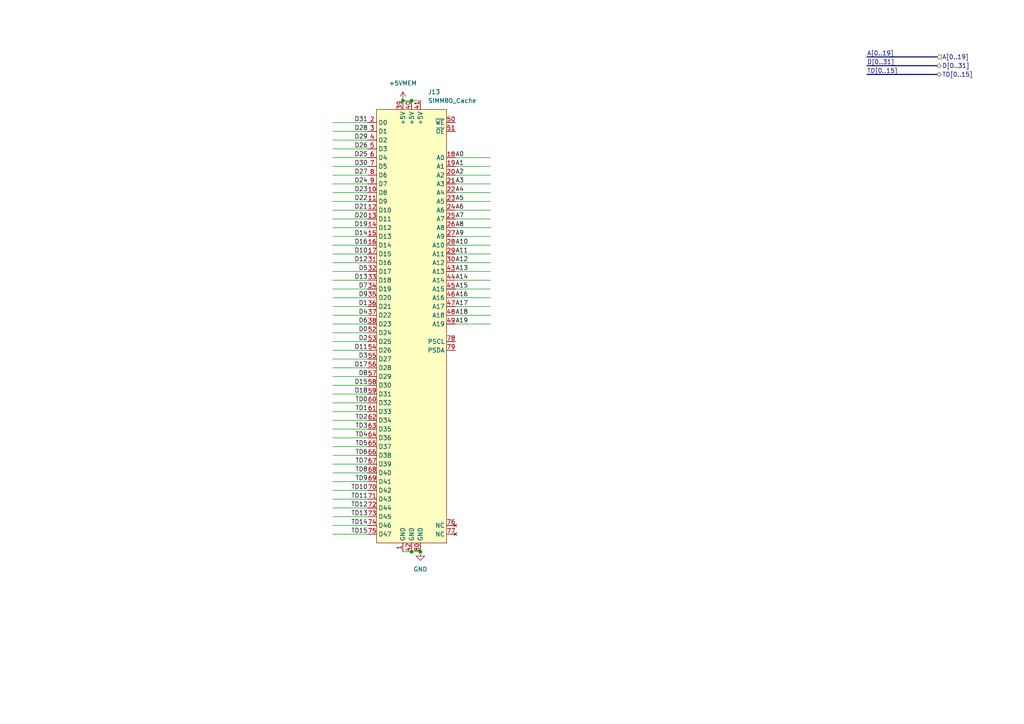
<source format=kicad_sch>
(kicad_sch (version 20230121) (generator eeschema)
  (paper "A4")
  (lib_symbols
    (symbol "m68k-hbc-conn:SIMM80_Cache"
      (property "Reference" "J" (at 0 1.27 0))
      (property "Value" "SIMM80_Cache" (at 0 -1.27 0))
      (symbol "SIMM80_Cache_0_0"
        (pin passive line (at -2.54 -64.77 90) (length 2.54) (name "GND") (number "1"))
        (pin passive line (at -12.7 39.37 0) (length 2.54) (name "D8") (number "10"))
        (pin passive line (at -12.7 36.83 0) (length 2.54) (name "D9") (number "11"))
        (pin passive line (at -12.7 34.29 0) (length 2.54) (name "D10") (number "12"))
        (pin passive line (at -12.7 31.75 0) (length 2.54) (name "D11") (number "13"))
        (pin passive line (at -12.7 29.21 0) (length 2.54) (name "D12") (number "14"))
        (pin passive line (at -12.7 26.67 0) (length 2.54) (name "D13") (number "15"))
        (pin passive line (at -12.7 24.13 0) (length 2.54) (name "D14") (number "16"))
        (pin passive line (at -12.7 21.59 0) (length 2.54) (name "D15") (number "17"))
        (pin passive line (at 12.7 49.53 180) (length 2.54) (name "A0") (number "18"))
        (pin passive line (at 12.7 46.99 180) (length 2.54) (name "A1") (number "19"))
        (pin passive line (at -12.7 59.69 0) (length 2.54) (name "D0") (number "2"))
        (pin passive line (at 12.7 44.45 180) (length 2.54) (name "A2") (number "20"))
        (pin passive line (at 12.7 41.91 180) (length 2.54) (name "A3") (number "21"))
        (pin passive line (at 12.7 39.37 180) (length 2.54) (name "A4") (number "22"))
        (pin passive line (at 12.7 36.83 180) (length 2.54) (name "A5") (number "23"))
        (pin passive line (at 12.7 34.29 180) (length 2.54) (name "A6") (number "24"))
        (pin passive line (at 12.7 31.75 180) (length 2.54) (name "A7") (number "25"))
        (pin passive line (at 12.7 29.21 180) (length 2.54) (name "A8") (number "26"))
        (pin passive line (at 12.7 26.67 180) (length 2.54) (name "A9") (number "27"))
        (pin passive line (at 12.7 24.13 180) (length 2.54) (name "A10") (number "28"))
        (pin passive line (at 12.7 21.59 180) (length 2.54) (name "A11") (number "29"))
        (pin passive line (at -12.7 57.15 0) (length 2.54) (name "D1") (number "3"))
        (pin passive line (at 12.7 19.05 180) (length 2.54) (name "A12") (number "30"))
        (pin passive line (at -12.7 19.05 0) (length 2.54) (name "D16") (number "31"))
        (pin passive line (at -12.7 16.51 0) (length 2.54) (name "D17") (number "32"))
        (pin passive line (at -12.7 13.97 0) (length 2.54) (name "D18") (number "33"))
        (pin passive line (at -12.7 11.43 0) (length 2.54) (name "D19") (number "34"))
        (pin passive line (at -12.7 8.89 0) (length 2.54) (name "D20") (number "35"))
        (pin passive line (at -12.7 6.35 0) (length 2.54) (name "D21") (number "36"))
        (pin passive line (at -12.7 3.81 0) (length 2.54) (name "D22") (number "37"))
        (pin passive line (at -12.7 1.27 0) (length 2.54) (name "D23") (number "38"))
        (pin passive line (at -2.54 66.04 270) (length 2.54) (name "+5V") (number "39"))
        (pin passive line (at -12.7 54.61 0) (length 2.54) (name "D2") (number "4"))
        (pin passive line (at 0 66.04 270) (length 2.54) (name "+5V") (number "40"))
        (pin passive line (at 2.54 66.04 270) (length 2.54) (name "+5V") (number "41"))
        (pin passive line (at 0 -64.77 90) (length 2.54) (name "GND") (number "42"))
        (pin passive line (at 12.7 16.51 180) (length 2.54) (name "A13") (number "43"))
        (pin passive line (at -12.7 52.07 0) (length 2.54) (name "D3") (number "5"))
        (pin passive line (at -12.7 -1.27 0) (length 2.54) (name "D24") (number "52"))
        (pin passive line (at -12.7 -3.81 0) (length 2.54) (name "D25") (number "53"))
        (pin passive line (at -12.7 -6.35 0) (length 2.54) (name "D26") (number "54"))
        (pin passive line (at -12.7 -8.89 0) (length 2.54) (name "D27") (number "55"))
        (pin passive line (at -12.7 -11.43 0) (length 2.54) (name "D28") (number "56"))
        (pin passive line (at -12.7 -13.97 0) (length 2.54) (name "D29") (number "57"))
        (pin passive line (at -12.7 -16.51 0) (length 2.54) (name "D30") (number "58"))
        (pin passive line (at -12.7 -19.05 0) (length 2.54) (name "D31") (number "59"))
        (pin passive line (at -12.7 49.53 0) (length 2.54) (name "D4") (number "6"))
        (pin passive line (at -12.7 -21.59 0) (length 2.54) (name "D32") (number "60"))
        (pin passive line (at -12.7 -24.13 0) (length 2.54) (name "D33") (number "61"))
        (pin passive line (at -12.7 -26.67 0) (length 2.54) (name "D34") (number "62"))
        (pin passive line (at -12.7 -29.21 0) (length 2.54) (name "D35") (number "63"))
        (pin passive line (at -12.7 -31.75 0) (length 2.54) (name "D36") (number "64"))
        (pin passive line (at -12.7 -34.29 0) (length 2.54) (name "D37") (number "65"))
        (pin passive line (at -12.7 -36.83 0) (length 2.54) (name "D38") (number "66"))
        (pin passive line (at -12.7 -39.37 0) (length 2.54) (name "D39") (number "67"))
        (pin passive line (at -12.7 -41.91 0) (length 2.54) (name "D40") (number "68"))
        (pin passive line (at -12.7 -44.45 0) (length 2.54) (name "D41") (number "69"))
        (pin passive line (at -12.7 46.99 0) (length 2.54) (name "D5") (number "7"))
        (pin passive line (at -12.7 -46.99 0) (length 2.54) (name "D42") (number "70"))
        (pin passive line (at -12.7 -49.53 0) (length 2.54) (name "D43") (number "71"))
        (pin passive line (at -12.7 -52.07 0) (length 2.54) (name "D44") (number "72"))
        (pin passive line (at -12.7 -54.61 0) (length 2.54) (name "D45") (number "73"))
        (pin passive line (at -12.7 -57.15 0) (length 2.54) (name "D46") (number "74"))
        (pin passive line (at -12.7 -59.69 0) (length 2.54) (name "D47") (number "75"))
        (pin passive line (at -12.7 44.45 0) (length 2.54) (name "D6") (number "8"))
        (pin passive line (at -12.7 41.91 0) (length 2.54) (name "D7") (number "9"))
      )
      (symbol "SIMM80_Cache_1_0"
        (pin passive line (at 12.7 13.97 180) (length 2.54) (name "A14") (number "44"))
        (pin passive line (at 12.7 11.43 180) (length 2.54) (name "A15") (number "45"))
        (pin passive line (at 12.7 8.89 180) (length 2.54) (name "A16") (number "46"))
        (pin passive line (at 12.7 6.35 180) (length 2.54) (name "A17") (number "47"))
        (pin passive line (at 12.7 3.81 180) (length 2.54) (name "A18") (number "48"))
        (pin passive line (at 12.7 1.27 180) (length 2.54) (name "A19") (number "49"))
        (pin passive line (at 12.7 59.69 180) (length 2.54) (name "~{WE}") (number "50"))
        (pin passive line (at 12.7 57.15 180) (length 2.54) (name "~{OE}") (number "51"))
        (pin no_connect line (at 12.7 -57.15 180) (length 2.54) (name "NC") (number "76"))
        (pin no_connect line (at 12.7 -59.69 180) (length 2.54) (name "NC") (number "77"))
        (pin passive line (at 12.7 -3.81 180) (length 2.54) (name "PSCL") (number "78"))
        (pin passive line (at 12.7 -6.35 180) (length 2.54) (name "PSDA") (number "79"))
        (pin passive line (at 2.54 -64.77 90) (length 2.54) (name "GND") (number "80"))
      )
      (symbol "SIMM80_Cache_1_1"
        (rectangle (start -10.16 63.5) (end 10.16 -62.23) (fill (type background)))
      )
    )
    (symbol "m68k-hbc-pwr:+5VMEM" (power) (in_bom no) (on_board no)
      (property "Value" "+5VMEM" (at 0 3.81 0))
      (symbol "+5VMEM_0_1"
        (polyline (pts (xy -0.762 1.27) (xy 0 2.54)))
        (polyline (pts (xy 0 0) (xy 0 2.54)))
        (polyline (pts (xy 0 2.54) (xy 0.762 1.27)))
      )
      (symbol "+5VMEM_1_1"
        (pin power_in line (at 0 0 90) (length 0) hide (name "+5VMEM") (number "1"))
      )
    )
    (symbol "power:GND" (power) (pin_names (offset 0))
      (property "Value" "GND" (at 0 -3.81 0))
      (symbol "GND_0_1"
        (polyline (pts (xy 0 0) (xy 0 -1.27) (xy 1.27 -1.27) (xy 0 -2.54) (xy -1.27 -1.27) (xy 0 -1.27)))
      )
      (symbol "GND_1_1"
        (pin power_in line (at 0 0 270) (length 0) hide (name "GND") (number "1"))
      )
    )
  )
  (junction (at 121.92 160.02))
  (junction (at 119.38 29.21))
  (junction (at 119.38 160.02))
  (junction (at 116.84 29.21))
  (bus (pts (xy 251.46 21.59) (xy 271.78 21.59)))
  (wire (pts (xy 142.24 88.9) (xy 132.08 88.9)))
  (wire (pts (xy 96.52 68.58) (xy 106.68 68.58)))
  (wire (pts (xy 96.52 93.98) (xy 106.68 93.98)))
  (wire (pts (xy 142.24 53.34) (xy 132.08 53.34)))
  (wire (pts (xy 142.24 48.26) (xy 132.08 48.26)))
  (wire (pts (xy 96.52 91.44) (xy 106.68 91.44)))
  (wire (pts (xy 142.24 71.12) (xy 132.08 71.12)))
  (wire (pts (xy 96.52 127) (xy 106.68 127)))
  (wire (pts (xy 142.24 78.74) (xy 132.08 78.74)))
  (wire (pts (xy 119.38 160.02) (xy 116.84 160.02)))
  (wire (pts (xy 96.52 104.14) (xy 106.68 104.14)))
  (wire (pts (xy 96.52 101.6) (xy 106.68 101.6)))
  (wire (pts (xy 142.24 63.5) (xy 132.08 63.5)))
  (wire (pts (xy 96.52 154.94) (xy 106.68 154.94)))
  (wire (pts (xy 96.52 83.82) (xy 106.68 83.82)))
  (wire (pts (xy 96.52 109.22) (xy 106.68 109.22)))
  (wire (pts (xy 96.52 114.3) (xy 106.68 114.3)))
  (wire (pts (xy 96.52 119.38) (xy 106.68 119.38)))
  (wire (pts (xy 142.24 81.28) (xy 132.08 81.28)))
  (wire (pts (xy 96.52 60.96) (xy 106.68 60.96)))
  (wire (pts (xy 96.52 134.62) (xy 106.68 134.62)))
  (wire (pts (xy 96.52 35.56) (xy 106.68 35.56)))
  (wire (pts (xy 121.92 160.02) (xy 119.38 160.02)))
  (wire (pts (xy 142.24 73.66) (xy 132.08 73.66)))
  (wire (pts (xy 96.52 63.5) (xy 106.68 63.5)))
  (wire (pts (xy 142.24 68.58) (xy 132.08 68.58)))
  (wire (pts (xy 96.52 106.68) (xy 106.68 106.68)))
  (wire (pts (xy 96.52 58.42) (xy 106.68 58.42)))
  (wire (pts (xy 142.24 50.8) (xy 132.08 50.8)))
  (wire (pts (xy 96.52 55.88) (xy 106.68 55.88)))
  (wire (pts (xy 142.24 66.04) (xy 132.08 66.04)))
  (wire (pts (xy 96.52 78.74) (xy 106.68 78.74)))
  (wire (pts (xy 96.52 144.78) (xy 106.68 144.78)))
  (wire (pts (xy 142.24 91.44) (xy 132.08 91.44)))
  (wire (pts (xy 116.84 29.21) (xy 119.38 29.21)))
  (wire (pts (xy 96.52 139.7) (xy 106.68 139.7)))
  (wire (pts (xy 96.52 137.16) (xy 106.68 137.16)))
  (wire (pts (xy 96.52 38.1) (xy 106.68 38.1)))
  (wire (pts (xy 142.24 60.96) (xy 132.08 60.96)))
  (wire (pts (xy 96.52 152.4) (xy 106.68 152.4)))
  (bus (pts (xy 251.46 19.05) (xy 271.78 19.05)))
  (wire (pts (xy 142.24 76.2) (xy 132.08 76.2)))
  (wire (pts (xy 142.24 86.36) (xy 132.08 86.36)))
  (wire (pts (xy 96.52 50.8) (xy 106.68 50.8)))
  (wire (pts (xy 142.24 55.88) (xy 132.08 55.88)))
  (wire (pts (xy 142.24 93.98) (xy 132.08 93.98)))
  (wire (pts (xy 96.52 116.84) (xy 106.68 116.84)))
  (wire (pts (xy 96.52 147.32) (xy 106.68 147.32)))
  (wire (pts (xy 96.52 124.46) (xy 106.68 124.46)))
  (wire (pts (xy 96.52 121.92) (xy 106.68 121.92)))
  (wire (pts (xy 96.52 81.28) (xy 106.68 81.28)))
  (bus (pts (xy 251.46 16.51) (xy 271.78 16.51)))
  (wire (pts (xy 142.24 45.72) (xy 132.08 45.72)))
  (wire (pts (xy 96.52 129.54) (xy 106.68 129.54)))
  (wire (pts (xy 96.52 71.12) (xy 106.68 71.12)))
  (wire (pts (xy 96.52 48.26) (xy 106.68 48.26)))
  (wire (pts (xy 96.52 53.34) (xy 106.68 53.34)))
  (wire (pts (xy 96.52 45.72) (xy 106.68 45.72)))
  (wire (pts (xy 96.52 86.36) (xy 106.68 86.36)))
  (wire (pts (xy 96.52 76.2) (xy 106.68 76.2)))
  (wire (pts (xy 119.38 29.21) (xy 121.92 29.21)))
  (wire (pts (xy 96.52 149.86) (xy 106.68 149.86)))
  (wire (pts (xy 96.52 111.76) (xy 106.68 111.76)))
  (wire (pts (xy 96.52 73.66) (xy 106.68 73.66)))
  (wire (pts (xy 96.52 66.04) (xy 106.68 66.04)))
  (wire (pts (xy 96.52 99.06) (xy 106.68 99.06)))
  (wire (pts (xy 96.52 132.08) (xy 106.68 132.08)))
  (wire (pts (xy 96.52 88.9) (xy 106.68 88.9)))
  (wire (pts (xy 96.52 142.24) (xy 106.68 142.24)))
  (wire (pts (xy 142.24 83.82) (xy 132.08 83.82)))
  (wire (pts (xy 96.52 43.18) (xy 106.68 43.18)))
  (wire (pts (xy 96.52 96.52) (xy 106.68 96.52)))
  (wire (pts (xy 96.52 40.64) (xy 106.68 40.64)))
  (wire (pts (xy 142.24 58.42) (xy 132.08 58.42)))
  (label "TD2" (at 106.68 121.92 180))
  (label "D4" (at 106.68 91.44 180))
  (label "A2" (at 132.08 50.8 0))
  (label "D12" (at 106.68 76.2 180))
  (label "D15" (at 106.68 111.76 180))
  (label "A8" (at 132.08 66.04 0))
  (label "D23" (at 106.68 55.88 180))
  (label "TD10" (at 106.68 142.24 180))
  (label "A18" (at 132.08 91.44 0))
  (label "D0" (at 106.68 96.52 180))
  (label "A5" (at 132.08 58.42 0))
  (label "D18" (at 106.68 114.3 180))
  (label "D10" (at 106.68 73.66 180))
  (label "A1" (at 132.08 48.26 0))
  (label "TD5" (at 106.68 129.54 180))
  (label "D8" (at 106.68 109.22 180))
  (label "D29" (at 106.68 40.64 180))
  (label "D7" (at 106.68 83.82 180))
  (label "A[0..19]" (at 251.46 16.51 0))
  (label "A16" (at 132.08 86.36 0))
  (label "A14" (at 132.08 81.28 0))
  (label "D27" (at 106.68 50.8 180))
  (label "D[0..31]" (at 251.46 19.05 0))
  (label "TD9" (at 106.68 139.7 180))
  (label "D20" (at 106.68 63.5 180))
  (label "TD0" (at 106.68 116.84 180))
  (label "A15" (at 132.08 83.82 0))
  (label "A0" (at 132.08 45.72 0))
  (label "TD4" (at 106.68 127 180))
  (label "TD8" (at 106.68 137.16 180))
  (label "D19" (at 106.68 66.04 180))
  (label "TD14" (at 106.68 152.4 180))
  (label "D9" (at 106.68 86.36 180))
  (label "D28" (at 106.68 38.1 180))
  (label "D13" (at 106.68 81.28 180))
  (label "D11" (at 106.68 101.6 180))
  (label "D31" (at 106.68 35.56 180))
  (label "A7" (at 132.08 63.5 0))
  (label "D26" (at 106.68 43.18 180))
  (label "A4" (at 132.08 55.88 0))
  (label "TD12" (at 106.68 147.32 180))
  (label "D6" (at 106.68 93.98 180))
  (label "A19" (at 132.08 93.98 0))
  (label "D14" (at 106.68 68.58 180))
  (label "TD15" (at 106.68 154.94 180))
  (label "A9" (at 132.08 68.58 0))
  (label "TD1" (at 106.68 119.38 180))
  (label "D17" (at 106.68 106.68 180))
  (label "D16" (at 106.68 71.12 180))
  (label "A13" (at 132.08 78.74 0))
  (label "D5" (at 106.68 78.74 180))
  (label "A17" (at 132.08 88.9 0))
  (label "TD11" (at 106.68 144.78 180))
  (label "A10" (at 132.08 71.12 0))
  (label "D21" (at 106.68 60.96 180))
  (label "A12" (at 132.08 76.2 0))
  (label "D24" (at 106.68 53.34 180))
  (label "D3" (at 106.68 104.14 180))
  (label "A6" (at 132.08 60.96 0))
  (label "TD6" (at 106.68 132.08 180))
  (label "D22" (at 106.68 58.42 180))
  (label "D1" (at 106.68 88.9 180))
  (label "TD7" (at 106.68 134.62 180))
  (label "A11" (at 132.08 73.66 0))
  (label "TD[0..15]" (at 251.46 21.59 0))
  (label "A3" (at 132.08 53.34 0))
  (label "TD3" (at 106.68 124.46 180))
  (label "D2" (at 106.68 99.06 180))
  (label "D25" (at 106.68 45.72 180))
  (label "TD13" (at 106.68 149.86 180))
  (label "D30" (at 106.68 48.26 180))
  (hierarchical_label "D[0..31]" (shape bidirectional) (at 271.78 19.05 0))
  (hierarchical_label "TD[0..15]" (shape bidirectional) (at 271.78 21.59 0))
  (hierarchical_label "A[0..19]" (shape input) (at 271.78 16.51 0))
  (symbol (lib_id "m68k-hbc-conn:SIMM80_Cache") (at 119.38 95.25 0) (unit 1)
    (property "Reference" "J13" (at 124.1141 26.67 0) (effects (justify left)))
    (property "Value" "SIMM80_Cache" (at 124.1141 29.21 0) (effects (justify left)))
    (property "Footprint" "5822030-4:58220304" (effects hide))
  )
  (symbol (lib_id "power:GND") (at 121.92 160.02 0) (unit 1)
    (property "Reference" "#PWR0115" (effects hide))
    (property "Value" "GND" (at 121.92 165.1 0))
  )
  (symbol (lib_id "m68k-hbc-pwr:+5VMEM") (at 116.84 29.21 0) (unit 1) (in_bom no) (on_board no)
    (property "Reference" "#PWR025" (effects hide))
    (property "Value" "+5VMEM" (at 116.84 24.13 0))
    (instances (project "m68k-hbc" (path "" (reference "#PWR025") (unit 1)) (path "" (reference "#PWR0114") (unit 1))))
  )
)
</source>
